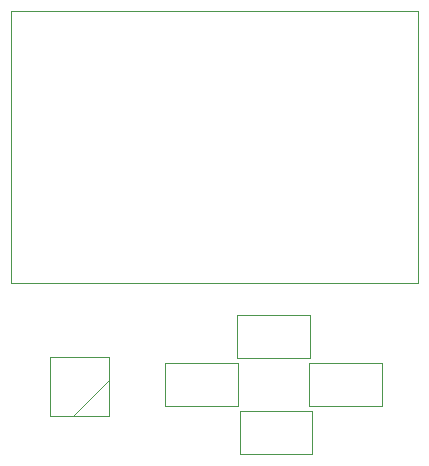
<source format=gto>
G04 #@! TF.GenerationSoftware,KiCad,Pcbnew,5.1.10-88a1d61d58~90~ubuntu20.04.1*
G04 #@! TF.CreationDate,2021-12-07T21:06:44-07:00*
G04 #@! TF.ProjectId,v1.0-Beta-WiFi-Nugget,76312e30-2d42-4657-9461-2d576946692d,rev?*
G04 #@! TF.SameCoordinates,Original*
G04 #@! TF.FileFunction,Legend,Top*
G04 #@! TF.FilePolarity,Positive*
%FSLAX46Y46*%
G04 Gerber Fmt 4.6, Leading zero omitted, Abs format (unit mm)*
G04 Created by KiCad (PCBNEW 5.1.10-88a1d61d58~90~ubuntu20.04.1) date 2021-12-07 21:06:44*
%MOMM*%
%LPD*%
G01*
G04 APERTURE LIST*
%ADD10C,0.120000*%
%ADD11C,0.100000*%
G04 APERTURE END LIST*
D10*
X-17250000Y16047000D02*
X-17250000Y-6953000D01*
X17250000Y16047000D02*
X17250000Y-6953000D01*
X17250000Y-6953000D02*
X-17250000Y-6953000D01*
X17250000Y16047000D02*
X-17250000Y16047000D01*
D11*
X-8930000Y-13248000D02*
X-13930000Y-13248000D01*
X-8930000Y-18248000D02*
X-8930000Y-13248000D01*
X-13930000Y-18248000D02*
X-8930000Y-18248000D01*
X-13930000Y-13248000D02*
X-13930000Y-18248000D01*
D10*
X-8940800Y-15199360D02*
X-11963400Y-18221960D01*
X1918400Y-13328900D02*
X1918400Y-9708900D01*
X8038400Y-13328900D02*
X1918400Y-13328900D01*
X8038400Y-9708900D02*
X8038400Y-13328900D01*
X1918400Y-9708900D02*
X8038400Y-9708900D01*
X2151401Y-17836900D02*
X8271401Y-17836900D01*
X8271401Y-17836900D02*
X8271401Y-21456900D01*
X8271401Y-21456900D02*
X2151401Y-21456900D01*
X2151401Y-21456900D02*
X2151401Y-17836900D01*
X-4177600Y-17392900D02*
X-4177600Y-13772900D01*
X1942400Y-17392900D02*
X-4177600Y-17392900D01*
X1942400Y-13772900D02*
X1942400Y-17392900D01*
X-4177600Y-13772900D02*
X1942400Y-13772900D01*
X8014400Y-13772900D02*
X14134400Y-13772900D01*
X14134400Y-13772900D02*
X14134400Y-17392900D01*
X14134400Y-17392900D02*
X8014400Y-17392900D01*
X8014400Y-17392900D02*
X8014400Y-13772900D01*
M02*

</source>
